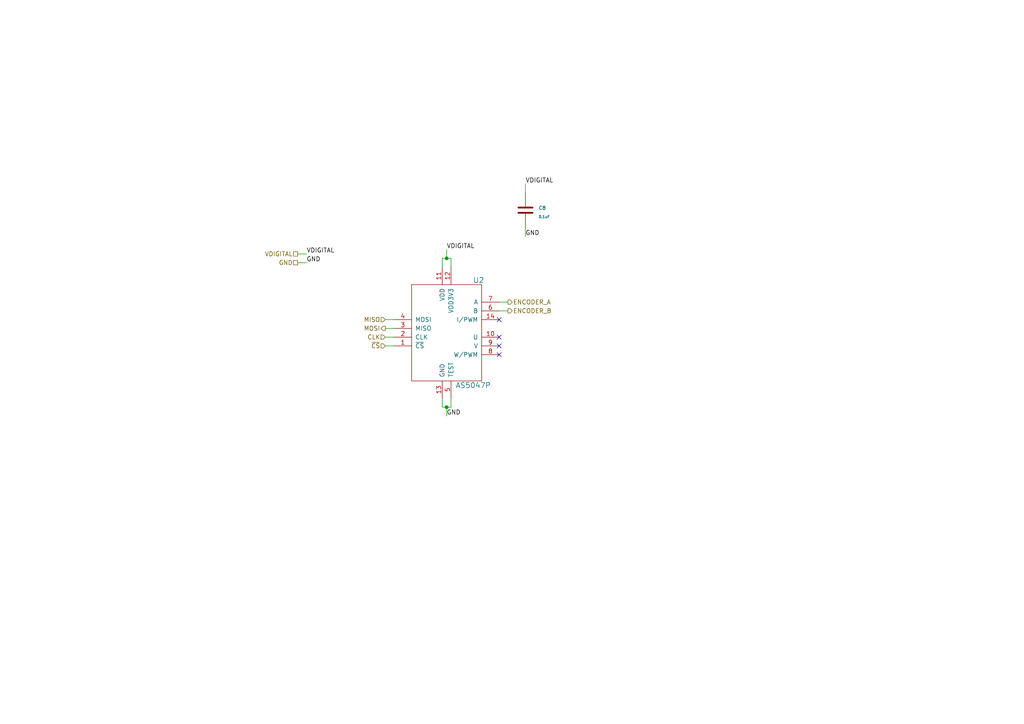
<source format=kicad_sch>
(kicad_sch (version 20211123) (generator eeschema)
  (paper "A4")
  (lib_symbols
    (symbol "Janelia:0.1uF_0402" (pin_numbers hide) (pin_names (offset 0.254))
      (property "Reference" "C" (at 0 2.54 0))
      (property "Value" "0.1uF_0402" (at 0 0 0))
      (symbol "0.1uF_0402_0_1"
        (polyline (pts (xy -2.032 -0.762) (xy 2.032 -0.762)) (stroke (width 0.508)))
        (polyline (pts (xy -2.032 0.762) (xy 2.032 0.762)) (stroke (width 0.508)))
      )
      (symbol "0.1uF_0402_1_1"
        (pin passive line (at 0 5.08 270) (length 4.318) (name "~") (number "1"))
        (pin passive line (at 0 -5.08 90) (length 4.318) (name "~") (number "2"))
      )
    )
    (symbol "Janelia:AS5047P" (pin_names (offset 1.016))
      (property "Reference" "U" (at 8.89 -15.24 0))
      (property "Value" "AS5047P" (at 0 0 90))
      (symbol "AS5047P_0_1"
        (rectangle (start -10.16 13.97) (end 10.16 -13.97))
      )
      (symbol "AS5047P_1_1"
        (pin input line (at -15.24 -3.81 0) (length 5.08) (name "~{CS}") (number "1"))
        (pin output line (at 15.24 -1.27 180) (length 5.08) (name "U") (number "10"))
        (pin power_in line (at -1.27 19.05 270) (length 5.08) (name "VDD") (number "11"))
        (pin power_in line (at 1.27 19.05 270) (length 5.08) (name "VDD3V3") (number "12"))
        (pin power_in line (at -1.27 -19.05 90) (length 5.08) (name "GND") (number "13"))
        (pin output line (at 15.24 3.81 180) (length 5.08) (name "I/PWM") (number "14"))
        (pin input line (at -15.24 -1.27 0) (length 5.08) (name "CLK") (number "2"))
        (pin output line (at -15.24 1.27 0) (length 5.08) (name "MISO") (number "3"))
        (pin input line (at -15.24 3.81 0) (length 5.08) (name "MOSI") (number "4"))
        (pin power_in line (at 1.27 -19.05 90) (length 5.08) (name "TEST") (number "5"))
        (pin output line (at 15.24 6.35 180) (length 5.08) (name "B") (number "6"))
        (pin output line (at 15.24 8.89 180) (length 5.08) (name "A") (number "7"))
        (pin output line (at 15.24 -6.35 180) (length 5.08) (name "W/PWM") (number "8"))
        (pin output line (at 15.24 -3.81 180) (length 5.08) (name "V") (number "9"))
      )
    )
  )
  (junction (at 129.54 118.11))
  (junction (at 129.54 74.93))
  (no_connect (at 144.78 102.87))
  (no_connect (at 144.78 97.79))
  (no_connect (at 144.78 100.33))
  (no_connect (at 144.78 92.71))
  (wire (pts (xy 128.27 77.47) (xy 128.27 74.93)))
  (wire (pts (xy 129.54 74.93) (xy 130.81 74.93)))
  (wire (pts (xy 111.76 95.25) (xy 114.3 95.25)))
  (wire (pts (xy 111.76 97.79) (xy 114.3 97.79)))
  (wire (pts (xy 128.27 115.57) (xy 128.27 118.11)))
  (wire (pts (xy 128.27 74.93) (xy 129.54 74.93)))
  (wire (pts (xy 144.78 87.63) (xy 147.32 87.63)))
  (wire (pts (xy 128.27 118.11) (xy 129.54 118.11)))
  (wire (pts (xy 86.36 73.66) (xy 88.9 73.66)))
  (wire (pts (xy 152.4 53.34) (xy 152.4 55.88)))
  (wire (pts (xy 86.36 76.2) (xy 88.9 76.2)))
  (wire (pts (xy 152.4 66.04) (xy 152.4 68.58)))
  (wire (pts (xy 144.78 90.17) (xy 147.32 90.17)))
  (wire (pts (xy 111.76 100.33) (xy 114.3 100.33)))
  (wire (pts (xy 111.76 92.71) (xy 114.3 92.71)))
  (wire (pts (xy 129.54 118.11) (xy 129.54 120.65)))
  (wire (pts (xy 129.54 118.11) (xy 130.81 118.11)))
  (wire (pts (xy 130.81 115.57) (xy 130.81 118.11)))
  (wire (pts (xy 130.81 74.93) (xy 130.81 77.47)))
  (wire (pts (xy 129.54 72.39) (xy 129.54 74.93)))
  (label "GND" (at 88.9 76.2 0))
  (label "GND" (at 129.54 120.65 0))
  (label "VDIGITAL" (at 152.4 53.34 0))
  (label "VDIGITAL" (at 129.54 72.39 0))
  (label "VDIGITAL" (at 88.9 73.66 0))
  (label "GND" (at 152.4 68.58 0))
  (hierarchical_label "~{CS}" (shape input) (at 111.76 100.33 180))
  (hierarchical_label "ENCODER_B" (shape output) (at 147.32 90.17 0))
  (hierarchical_label "CLK" (shape input) (at 111.76 97.79 180))
  (hierarchical_label "MOSI" (shape output) (at 111.76 95.25 180))
  (hierarchical_label "VDIGITAL" (shape passive) (at 86.36 73.66 180))
  (hierarchical_label "ENCODER_A" (shape output) (at 147.32 87.63 0))
  (hierarchical_label "MISO" (shape input) (at 111.76 92.71 180))
  (hierarchical_label "GND" (shape passive) (at 86.36 76.2 180))
  (symbol (lib_id "Janelia:AS5047P") (at 129.54 96.52 0) (unit 1)
    (property "Reference" "U2" (at 137.16 81.28 0) (effects (font (size 1.524 1.524)) (justify left)))
    (property "Value" "AS5047P" (at 132.08 111.76 0) (effects (font (size 1.524 1.524)) (justify left)))
    (property "Footprint" "Janelia:TSSOP-14_4.4x5mm_P0.65mm" (effects hide))
    (property "Vendor Part Number" "AS5047P-ATSMCT-ND" (effects hide))
    (property "Description" "ROTARY ENCODER MAGNETIC PROG" (effects hide))
    (property "Vendor" "Digi-Key" (effects hide))
    (property "Manufacturer" "ams OSRAM" (effects hide))
    (property "Manufacturer Part Number" "AS5047P-ATSM" (effects hide))
  )
  (symbol (lib_id "Janelia:0.1uF_0402") (at 152.4 60.96 0) (unit 1)
    (property "Reference" "C8" (at 156.21 60.325 0) (effects (font (size 1.016 1.016)) (justify left)))
    (property "Value" "0.1uF" (at 156.21 62.865 0) (effects (font (size 0.762 0.762)) (justify left)))
    (property "Footprint" "Janelia:SM0402" (effects hide))
    (property "Vendor" "Digi-Key" (effects hide))
    (property "Vendor Part Number" "311-1375-1-ND" (effects hide))
    (property "Description" "CAP CER 0.1UF 25V Y5V" (effects hide))
    (property "Package" "0402" (effects hide))
    (property "Manufacturer" "Yageo" (effects hide))
    (property "Manufacturer Part Number" "CC0402ZRY5V8BB104" (effects hide))
  )
)
</source>
